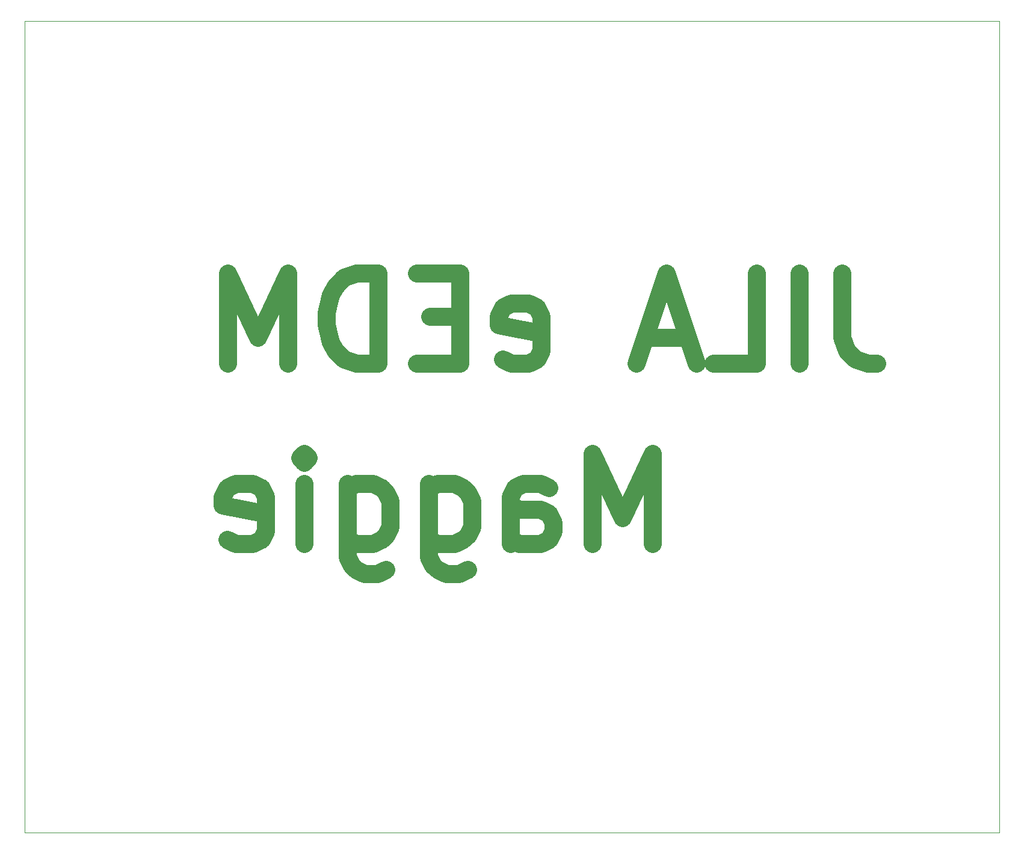
<source format=gbo>
G04 (created by PCBNEW (2013-07-07 BZR 4022)-stable) date 9/29/2015 7:05:24 PM*
%MOIN*%
G04 Gerber Fmt 3.4, Leading zero omitted, Abs format*
%FSLAX34Y34*%
G01*
G70*
G90*
G04 APERTURE LIST*
%ADD10C,0.00590551*%
%ADD11C,0.1*%
%ADD12C,0.00393701*%
G04 APERTURE END LIST*
G54D10*
G54D11*
X74785Y-64023D02*
X74785Y-59023D01*
X73119Y-62595D01*
X71452Y-59023D01*
X71452Y-64023D01*
X66928Y-64023D02*
X66928Y-61404D01*
X67166Y-60928D01*
X67642Y-60690D01*
X68595Y-60690D01*
X69071Y-60928D01*
X66928Y-63785D02*
X67404Y-64023D01*
X68595Y-64023D01*
X69071Y-63785D01*
X69309Y-63309D01*
X69309Y-62833D01*
X69071Y-62357D01*
X68595Y-62119D01*
X67404Y-62119D01*
X66928Y-61880D01*
X62404Y-60690D02*
X62404Y-64738D01*
X62642Y-65214D01*
X62880Y-65452D01*
X63357Y-65690D01*
X64071Y-65690D01*
X64547Y-65452D01*
X62404Y-63785D02*
X62880Y-64023D01*
X63833Y-64023D01*
X64309Y-63785D01*
X64547Y-63547D01*
X64785Y-63071D01*
X64785Y-61642D01*
X64547Y-61166D01*
X64309Y-60928D01*
X63833Y-60690D01*
X62880Y-60690D01*
X62404Y-60928D01*
X57880Y-60690D02*
X57880Y-64738D01*
X58119Y-65214D01*
X58357Y-65452D01*
X58833Y-65690D01*
X59547Y-65690D01*
X60023Y-65452D01*
X57880Y-63785D02*
X58357Y-64023D01*
X59309Y-64023D01*
X59785Y-63785D01*
X60023Y-63547D01*
X60261Y-63071D01*
X60261Y-61642D01*
X60023Y-61166D01*
X59785Y-60928D01*
X59309Y-60690D01*
X58357Y-60690D01*
X57880Y-60928D01*
X55499Y-64023D02*
X55499Y-60690D01*
X55499Y-59023D02*
X55738Y-59261D01*
X55499Y-59500D01*
X55261Y-59261D01*
X55499Y-59023D01*
X55499Y-59500D01*
X51214Y-63785D02*
X51690Y-64023D01*
X52642Y-64023D01*
X53119Y-63785D01*
X53357Y-63309D01*
X53357Y-61404D01*
X53119Y-60928D01*
X52642Y-60690D01*
X51690Y-60690D01*
X51214Y-60928D01*
X50976Y-61404D01*
X50976Y-61880D01*
X53357Y-62357D01*
X85309Y-49023D02*
X85309Y-52595D01*
X85547Y-53309D01*
X86023Y-53785D01*
X86738Y-54023D01*
X87214Y-54023D01*
X82928Y-54023D02*
X82928Y-49023D01*
X78166Y-54023D02*
X80547Y-54023D01*
X80547Y-49023D01*
X76738Y-52595D02*
X74357Y-52595D01*
X77214Y-54023D02*
X75547Y-49023D01*
X73880Y-54023D01*
X66500Y-53785D02*
X66976Y-54023D01*
X67928Y-54023D01*
X68404Y-53785D01*
X68642Y-53309D01*
X68642Y-51404D01*
X68404Y-50928D01*
X67928Y-50690D01*
X66976Y-50690D01*
X66500Y-50928D01*
X66261Y-51404D01*
X66261Y-51880D01*
X68642Y-52357D01*
X64119Y-51404D02*
X62452Y-51404D01*
X61738Y-54023D02*
X64119Y-54023D01*
X64119Y-49023D01*
X61738Y-49023D01*
X59595Y-54023D02*
X59595Y-49023D01*
X58404Y-49023D01*
X57690Y-49261D01*
X57214Y-49738D01*
X56976Y-50214D01*
X56738Y-51166D01*
X56738Y-51880D01*
X56976Y-52833D01*
X57214Y-53309D01*
X57690Y-53785D01*
X58404Y-54023D01*
X59595Y-54023D01*
X54595Y-54023D02*
X54595Y-49023D01*
X52928Y-52595D01*
X51261Y-49023D01*
X51261Y-54023D01*
G54D12*
X40000Y-35000D02*
X43000Y-35000D01*
X40000Y-80000D02*
X40000Y-35000D01*
X94000Y-80000D02*
X40000Y-80000D01*
X94000Y-35000D02*
X94000Y-80000D01*
X42000Y-35000D02*
X94000Y-35000D01*
M02*

</source>
